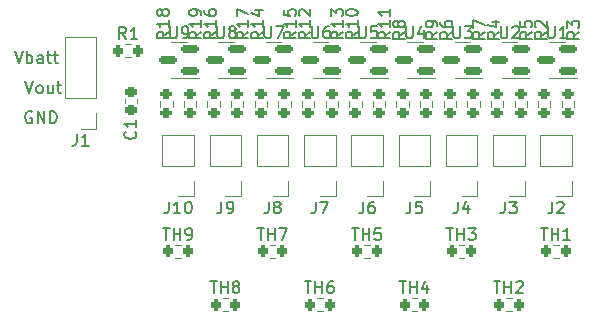
<source format=gto>
%TF.GenerationSoftware,KiCad,Pcbnew,(6.0.2)*%
%TF.CreationDate,2022-02-22T17:34:29+01:00*%
%TF.ProjectId,temp_hotspot_detector,74656d70-5f68-46f7-9473-706f745f6465,rev?*%
%TF.SameCoordinates,Original*%
%TF.FileFunction,Legend,Top*%
%TF.FilePolarity,Positive*%
%FSLAX46Y46*%
G04 Gerber Fmt 4.6, Leading zero omitted, Abs format (unit mm)*
G04 Created by KiCad (PCBNEW (6.0.2)) date 2022-02-22 17:34:29*
%MOMM*%
%LPD*%
G01*
G04 APERTURE LIST*
G04 Aperture macros list*
%AMRoundRect*
0 Rectangle with rounded corners*
0 $1 Rounding radius*
0 $2 $3 $4 $5 $6 $7 $8 $9 X,Y pos of 4 corners*
0 Add a 4 corners polygon primitive as box body*
4,1,4,$2,$3,$4,$5,$6,$7,$8,$9,$2,$3,0*
0 Add four circle primitives for the rounded corners*
1,1,$1+$1,$2,$3*
1,1,$1+$1,$4,$5*
1,1,$1+$1,$6,$7*
1,1,$1+$1,$8,$9*
0 Add four rect primitives between the rounded corners*
20,1,$1+$1,$2,$3,$4,$5,0*
20,1,$1+$1,$4,$5,$6,$7,0*
20,1,$1+$1,$6,$7,$8,$9,0*
20,1,$1+$1,$8,$9,$2,$3,0*%
G04 Aperture macros list end*
%ADD10C,0.150000*%
%ADD11C,0.120000*%
%ADD12RoundRect,0.200000X0.275000X-0.200000X0.275000X0.200000X-0.275000X0.200000X-0.275000X-0.200000X0*%
%ADD13R,1.700000X1.700000*%
%ADD14O,1.700000X1.700000*%
%ADD15RoundRect,0.200000X-0.275000X0.200000X-0.275000X-0.200000X0.275000X-0.200000X0.275000X0.200000X0*%
%ADD16RoundRect,0.200000X-0.200000X-0.275000X0.200000X-0.275000X0.200000X0.275000X-0.200000X0.275000X0*%
%ADD17RoundRect,0.225000X-0.250000X0.225000X-0.250000X-0.225000X0.250000X-0.225000X0.250000X0.225000X0*%
%ADD18RoundRect,0.150000X0.587500X0.150000X-0.587500X0.150000X-0.587500X-0.150000X0.587500X-0.150000X0*%
G04 APERTURE END LIST*
D10*
X30188214Y-54062380D02*
X30521547Y-55062380D01*
X30854880Y-54062380D01*
X31188214Y-55062380D02*
X31188214Y-54062380D01*
X31188214Y-54443333D02*
X31283452Y-54395714D01*
X31473928Y-54395714D01*
X31569166Y-54443333D01*
X31616785Y-54490952D01*
X31664404Y-54586190D01*
X31664404Y-54871904D01*
X31616785Y-54967142D01*
X31569166Y-55014761D01*
X31473928Y-55062380D01*
X31283452Y-55062380D01*
X31188214Y-55014761D01*
X32521547Y-55062380D02*
X32521547Y-54538571D01*
X32473928Y-54443333D01*
X32378690Y-54395714D01*
X32188214Y-54395714D01*
X32092976Y-54443333D01*
X32521547Y-55014761D02*
X32426309Y-55062380D01*
X32188214Y-55062380D01*
X32092976Y-55014761D01*
X32045357Y-54919523D01*
X32045357Y-54824285D01*
X32092976Y-54729047D01*
X32188214Y-54681428D01*
X32426309Y-54681428D01*
X32521547Y-54633809D01*
X32854880Y-54395714D02*
X33235833Y-54395714D01*
X32997738Y-54062380D02*
X32997738Y-54919523D01*
X33045357Y-55014761D01*
X33140595Y-55062380D01*
X33235833Y-55062380D01*
X33426309Y-54395714D02*
X33807261Y-54395714D01*
X33569166Y-54062380D02*
X33569166Y-54919523D01*
X33616785Y-55014761D01*
X33712023Y-55062380D01*
X33807261Y-55062380D01*
X31049642Y-56602380D02*
X31382976Y-57602380D01*
X31716309Y-56602380D01*
X32192500Y-57602380D02*
X32097261Y-57554761D01*
X32049642Y-57507142D01*
X32002023Y-57411904D01*
X32002023Y-57126190D01*
X32049642Y-57030952D01*
X32097261Y-56983333D01*
X32192500Y-56935714D01*
X32335357Y-56935714D01*
X32430595Y-56983333D01*
X32478214Y-57030952D01*
X32525833Y-57126190D01*
X32525833Y-57411904D01*
X32478214Y-57507142D01*
X32430595Y-57554761D01*
X32335357Y-57602380D01*
X32192500Y-57602380D01*
X33382976Y-56935714D02*
X33382976Y-57602380D01*
X32954404Y-56935714D02*
X32954404Y-57459523D01*
X33002023Y-57554761D01*
X33097261Y-57602380D01*
X33240119Y-57602380D01*
X33335357Y-57554761D01*
X33382976Y-57507142D01*
X33716309Y-56935714D02*
X34097261Y-56935714D01*
X33859166Y-56602380D02*
X33859166Y-57459523D01*
X33906785Y-57554761D01*
X34002023Y-57602380D01*
X34097261Y-57602380D01*
X31616785Y-59190000D02*
X31521547Y-59142380D01*
X31378690Y-59142380D01*
X31235833Y-59190000D01*
X31140595Y-59285238D01*
X31092976Y-59380476D01*
X31045357Y-59570952D01*
X31045357Y-59713809D01*
X31092976Y-59904285D01*
X31140595Y-59999523D01*
X31235833Y-60094761D01*
X31378690Y-60142380D01*
X31473928Y-60142380D01*
X31616785Y-60094761D01*
X31664404Y-60047142D01*
X31664404Y-59713809D01*
X31473928Y-59713809D01*
X32092976Y-60142380D02*
X32092976Y-59142380D01*
X32664404Y-60142380D01*
X32664404Y-59142380D01*
X33140595Y-60142380D02*
X33140595Y-59142380D01*
X33378690Y-59142380D01*
X33521547Y-59190000D01*
X33616785Y-59285238D01*
X33664404Y-59380476D01*
X33712023Y-59570952D01*
X33712023Y-59713809D01*
X33664404Y-59904285D01*
X33616785Y-59999523D01*
X33521547Y-60094761D01*
X33378690Y-60142380D01*
X33140595Y-60142380D01*
X57952380Y-52392857D02*
X57476190Y-52726190D01*
X57952380Y-52964285D02*
X56952380Y-52964285D01*
X56952380Y-52583333D01*
X57000000Y-52488095D01*
X57047619Y-52440476D01*
X57142857Y-52392857D01*
X57285714Y-52392857D01*
X57380952Y-52440476D01*
X57428571Y-52488095D01*
X57476190Y-52583333D01*
X57476190Y-52964285D01*
X57952380Y-51440476D02*
X57952380Y-52011904D01*
X57952380Y-51726190D02*
X56952380Y-51726190D01*
X57095238Y-51821428D01*
X57190476Y-51916666D01*
X57238095Y-52011904D01*
X56952380Y-51107142D02*
X56952380Y-50488095D01*
X57333333Y-50821428D01*
X57333333Y-50678571D01*
X57380952Y-50583333D01*
X57428571Y-50535714D01*
X57523809Y-50488095D01*
X57761904Y-50488095D01*
X57857142Y-50535714D01*
X57904761Y-50583333D01*
X57952380Y-50678571D01*
X57952380Y-50964285D01*
X57904761Y-51059523D01*
X57857142Y-51107142D01*
X47666666Y-66782380D02*
X47666666Y-67496666D01*
X47619047Y-67639523D01*
X47523809Y-67734761D01*
X47380952Y-67782380D01*
X47285714Y-67782380D01*
X48190476Y-67782380D02*
X48380952Y-67782380D01*
X48476190Y-67734761D01*
X48523809Y-67687142D01*
X48619047Y-67544285D01*
X48666666Y-67353809D01*
X48666666Y-66972857D01*
X48619047Y-66877619D01*
X48571428Y-66830000D01*
X48476190Y-66782380D01*
X48285714Y-66782380D01*
X48190476Y-66830000D01*
X48142857Y-66877619D01*
X48095238Y-66972857D01*
X48095238Y-67210952D01*
X48142857Y-67306190D01*
X48190476Y-67353809D01*
X48285714Y-67401428D01*
X48476190Y-67401428D01*
X48571428Y-67353809D01*
X48619047Y-67306190D01*
X48666666Y-67210952D01*
X67202380Y-52416666D02*
X66726190Y-52750000D01*
X67202380Y-52988095D02*
X66202380Y-52988095D01*
X66202380Y-52607142D01*
X66250000Y-52511904D01*
X66297619Y-52464285D01*
X66392857Y-52416666D01*
X66535714Y-52416666D01*
X66630952Y-52464285D01*
X66678571Y-52511904D01*
X66726190Y-52607142D01*
X66726190Y-52988095D01*
X66202380Y-51559523D02*
X66202380Y-51750000D01*
X66250000Y-51845238D01*
X66297619Y-51892857D01*
X66440476Y-51988095D01*
X66630952Y-52035714D01*
X67011904Y-52035714D01*
X67107142Y-51988095D01*
X67154761Y-51940476D01*
X67202380Y-51845238D01*
X67202380Y-51654761D01*
X67154761Y-51559523D01*
X67107142Y-51511904D01*
X67011904Y-51464285D01*
X66773809Y-51464285D01*
X66678571Y-51511904D01*
X66630952Y-51559523D01*
X66583333Y-51654761D01*
X66583333Y-51845238D01*
X66630952Y-51940476D01*
X66678571Y-51988095D01*
X66773809Y-52035714D01*
X63666666Y-66782380D02*
X63666666Y-67496666D01*
X63619047Y-67639523D01*
X63523809Y-67734761D01*
X63380952Y-67782380D01*
X63285714Y-67782380D01*
X64619047Y-66782380D02*
X64142857Y-66782380D01*
X64095238Y-67258571D01*
X64142857Y-67210952D01*
X64238095Y-67163333D01*
X64476190Y-67163333D01*
X64571428Y-67210952D01*
X64619047Y-67258571D01*
X64666666Y-67353809D01*
X64666666Y-67591904D01*
X64619047Y-67687142D01*
X64571428Y-67734761D01*
X64476190Y-67782380D01*
X64238095Y-67782380D01*
X64142857Y-67734761D01*
X64095238Y-67687142D01*
X66714285Y-69022380D02*
X67285714Y-69022380D01*
X67000000Y-70022380D02*
X67000000Y-69022380D01*
X67619047Y-70022380D02*
X67619047Y-69022380D01*
X67619047Y-69498571D02*
X68190476Y-69498571D01*
X68190476Y-70022380D02*
X68190476Y-69022380D01*
X68571428Y-69022380D02*
X69190476Y-69022380D01*
X68857142Y-69403333D01*
X69000000Y-69403333D01*
X69095238Y-69450952D01*
X69142857Y-69498571D01*
X69190476Y-69593809D01*
X69190476Y-69831904D01*
X69142857Y-69927142D01*
X69095238Y-69974761D01*
X69000000Y-70022380D01*
X68714285Y-70022380D01*
X68619047Y-69974761D01*
X68571428Y-69927142D01*
X58714285Y-69022380D02*
X59285714Y-69022380D01*
X59000000Y-70022380D02*
X59000000Y-69022380D01*
X59619047Y-70022380D02*
X59619047Y-69022380D01*
X59619047Y-69498571D02*
X60190476Y-69498571D01*
X60190476Y-70022380D02*
X60190476Y-69022380D01*
X61142857Y-69022380D02*
X60666666Y-69022380D01*
X60619047Y-69498571D01*
X60666666Y-69450952D01*
X60761904Y-69403333D01*
X61000000Y-69403333D01*
X61095238Y-69450952D01*
X61142857Y-69498571D01*
X61190476Y-69593809D01*
X61190476Y-69831904D01*
X61142857Y-69927142D01*
X61095238Y-69974761D01*
X61000000Y-70022380D01*
X60761904Y-70022380D01*
X60666666Y-69974761D01*
X60619047Y-69927142D01*
X65952380Y-52416666D02*
X65476190Y-52750000D01*
X65952380Y-52988095D02*
X64952380Y-52988095D01*
X64952380Y-52607142D01*
X65000000Y-52511904D01*
X65047619Y-52464285D01*
X65142857Y-52416666D01*
X65285714Y-52416666D01*
X65380952Y-52464285D01*
X65428571Y-52511904D01*
X65476190Y-52607142D01*
X65476190Y-52988095D01*
X65952380Y-51940476D02*
X65952380Y-51750000D01*
X65904761Y-51654761D01*
X65857142Y-51607142D01*
X65714285Y-51511904D01*
X65523809Y-51464285D01*
X65142857Y-51464285D01*
X65047619Y-51511904D01*
X65000000Y-51559523D01*
X64952380Y-51654761D01*
X64952380Y-51845238D01*
X65000000Y-51940476D01*
X65047619Y-51988095D01*
X65142857Y-52035714D01*
X65380952Y-52035714D01*
X65476190Y-51988095D01*
X65523809Y-51940476D01*
X65571428Y-51845238D01*
X65571428Y-51654761D01*
X65523809Y-51559523D01*
X65476190Y-51511904D01*
X65380952Y-51464285D01*
X47202380Y-52392857D02*
X46726190Y-52726190D01*
X47202380Y-52964285D02*
X46202380Y-52964285D01*
X46202380Y-52583333D01*
X46250000Y-52488095D01*
X46297619Y-52440476D01*
X46392857Y-52392857D01*
X46535714Y-52392857D01*
X46630952Y-52440476D01*
X46678571Y-52488095D01*
X46726190Y-52583333D01*
X46726190Y-52964285D01*
X47202380Y-51440476D02*
X47202380Y-52011904D01*
X47202380Y-51726190D02*
X46202380Y-51726190D01*
X46345238Y-51821428D01*
X46440476Y-51916666D01*
X46488095Y-52011904D01*
X46202380Y-50583333D02*
X46202380Y-50773809D01*
X46250000Y-50869047D01*
X46297619Y-50916666D01*
X46440476Y-51011904D01*
X46630952Y-51059523D01*
X47011904Y-51059523D01*
X47107142Y-51011904D01*
X47154761Y-50964285D01*
X47202380Y-50869047D01*
X47202380Y-50678571D01*
X47154761Y-50583333D01*
X47107142Y-50535714D01*
X47011904Y-50488095D01*
X46773809Y-50488095D01*
X46678571Y-50535714D01*
X46630952Y-50583333D01*
X46583333Y-50678571D01*
X46583333Y-50869047D01*
X46630952Y-50964285D01*
X46678571Y-51011904D01*
X46773809Y-51059523D01*
X43190476Y-66782380D02*
X43190476Y-67496666D01*
X43142857Y-67639523D01*
X43047619Y-67734761D01*
X42904761Y-67782380D01*
X42809523Y-67782380D01*
X44190476Y-67782380D02*
X43619047Y-67782380D01*
X43904761Y-67782380D02*
X43904761Y-66782380D01*
X43809523Y-66925238D01*
X43714285Y-67020476D01*
X43619047Y-67068095D01*
X44809523Y-66782380D02*
X44904761Y-66782380D01*
X45000000Y-66830000D01*
X45047619Y-66877619D01*
X45095238Y-66972857D01*
X45142857Y-67163333D01*
X45142857Y-67401428D01*
X45095238Y-67591904D01*
X45047619Y-67687142D01*
X45000000Y-67734761D01*
X44904761Y-67782380D01*
X44809523Y-67782380D01*
X44714285Y-67734761D01*
X44666666Y-67687142D01*
X44619047Y-67591904D01*
X44571428Y-67401428D01*
X44571428Y-67163333D01*
X44619047Y-66972857D01*
X44666666Y-66877619D01*
X44714285Y-66830000D01*
X44809523Y-66782380D01*
X71202380Y-52416666D02*
X70726190Y-52750000D01*
X71202380Y-52988095D02*
X70202380Y-52988095D01*
X70202380Y-52607142D01*
X70250000Y-52511904D01*
X70297619Y-52464285D01*
X70392857Y-52416666D01*
X70535714Y-52416666D01*
X70630952Y-52464285D01*
X70678571Y-52511904D01*
X70726190Y-52607142D01*
X70726190Y-52988095D01*
X70535714Y-51559523D02*
X71202380Y-51559523D01*
X70154761Y-51797619D02*
X70869047Y-52035714D01*
X70869047Y-51416666D01*
X40357142Y-60866666D02*
X40404761Y-60914285D01*
X40452380Y-61057142D01*
X40452380Y-61152380D01*
X40404761Y-61295238D01*
X40309523Y-61390476D01*
X40214285Y-61438095D01*
X40023809Y-61485714D01*
X39880952Y-61485714D01*
X39690476Y-61438095D01*
X39595238Y-61390476D01*
X39500000Y-61295238D01*
X39452380Y-61152380D01*
X39452380Y-61057142D01*
X39500000Y-60914285D01*
X39547619Y-60866666D01*
X40452380Y-59914285D02*
X40452380Y-60485714D01*
X40452380Y-60200000D02*
X39452380Y-60200000D01*
X39595238Y-60295238D01*
X39690476Y-60390476D01*
X39738095Y-60485714D01*
X43202380Y-52392857D02*
X42726190Y-52726190D01*
X43202380Y-52964285D02*
X42202380Y-52964285D01*
X42202380Y-52583333D01*
X42250000Y-52488095D01*
X42297619Y-52440476D01*
X42392857Y-52392857D01*
X42535714Y-52392857D01*
X42630952Y-52440476D01*
X42678571Y-52488095D01*
X42726190Y-52583333D01*
X42726190Y-52964285D01*
X43202380Y-51440476D02*
X43202380Y-52011904D01*
X43202380Y-51726190D02*
X42202380Y-51726190D01*
X42345238Y-51821428D01*
X42440476Y-51916666D01*
X42488095Y-52011904D01*
X42630952Y-50869047D02*
X42583333Y-50964285D01*
X42535714Y-51011904D01*
X42440476Y-51059523D01*
X42392857Y-51059523D01*
X42297619Y-51011904D01*
X42250000Y-50964285D01*
X42202380Y-50869047D01*
X42202380Y-50678571D01*
X42250000Y-50583333D01*
X42297619Y-50535714D01*
X42392857Y-50488095D01*
X42440476Y-50488095D01*
X42535714Y-50535714D01*
X42583333Y-50583333D01*
X42630952Y-50678571D01*
X42630952Y-50869047D01*
X42678571Y-50964285D01*
X42726190Y-51011904D01*
X42821428Y-51059523D01*
X43011904Y-51059523D01*
X43107142Y-51011904D01*
X43154761Y-50964285D01*
X43202380Y-50869047D01*
X43202380Y-50678571D01*
X43154761Y-50583333D01*
X43107142Y-50535714D01*
X43011904Y-50488095D01*
X42821428Y-50488095D01*
X42726190Y-50535714D01*
X42678571Y-50583333D01*
X42630952Y-50678571D01*
X45952380Y-52392857D02*
X45476190Y-52726190D01*
X45952380Y-52964285D02*
X44952380Y-52964285D01*
X44952380Y-52583333D01*
X45000000Y-52488095D01*
X45047619Y-52440476D01*
X45142857Y-52392857D01*
X45285714Y-52392857D01*
X45380952Y-52440476D01*
X45428571Y-52488095D01*
X45476190Y-52583333D01*
X45476190Y-52964285D01*
X45952380Y-51440476D02*
X45952380Y-52011904D01*
X45952380Y-51726190D02*
X44952380Y-51726190D01*
X45095238Y-51821428D01*
X45190476Y-51916666D01*
X45238095Y-52011904D01*
X45952380Y-50964285D02*
X45952380Y-50773809D01*
X45904761Y-50678571D01*
X45857142Y-50630952D01*
X45714285Y-50535714D01*
X45523809Y-50488095D01*
X45142857Y-50488095D01*
X45047619Y-50535714D01*
X45000000Y-50583333D01*
X44952380Y-50678571D01*
X44952380Y-50869047D01*
X45000000Y-50964285D01*
X45047619Y-51011904D01*
X45142857Y-51059523D01*
X45380952Y-51059523D01*
X45476190Y-51011904D01*
X45523809Y-50964285D01*
X45571428Y-50869047D01*
X45571428Y-50678571D01*
X45523809Y-50583333D01*
X45476190Y-50535714D01*
X45380952Y-50488095D01*
X55666666Y-66782380D02*
X55666666Y-67496666D01*
X55619047Y-67639523D01*
X55523809Y-67734761D01*
X55380952Y-67782380D01*
X55285714Y-67782380D01*
X56047619Y-66782380D02*
X56714285Y-66782380D01*
X56285714Y-67782380D01*
X35416666Y-61057380D02*
X35416666Y-61771666D01*
X35369047Y-61914523D01*
X35273809Y-62009761D01*
X35130952Y-62057380D01*
X35035714Y-62057380D01*
X36416666Y-62057380D02*
X35845238Y-62057380D01*
X36130952Y-62057380D02*
X36130952Y-61057380D01*
X36035714Y-61200238D01*
X35940476Y-61295476D01*
X35845238Y-61343095D01*
X75202380Y-52416666D02*
X74726190Y-52750000D01*
X75202380Y-52988095D02*
X74202380Y-52988095D01*
X74202380Y-52607142D01*
X74250000Y-52511904D01*
X74297619Y-52464285D01*
X74392857Y-52416666D01*
X74535714Y-52416666D01*
X74630952Y-52464285D01*
X74678571Y-52511904D01*
X74726190Y-52607142D01*
X74726190Y-52988095D01*
X74297619Y-52035714D02*
X74250000Y-51988095D01*
X74202380Y-51892857D01*
X74202380Y-51654761D01*
X74250000Y-51559523D01*
X74297619Y-51511904D01*
X74392857Y-51464285D01*
X74488095Y-51464285D01*
X74630952Y-51511904D01*
X75202380Y-52083333D01*
X75202380Y-51464285D01*
X47300595Y-51952380D02*
X47300595Y-52761904D01*
X47348214Y-52857142D01*
X47395833Y-52904761D01*
X47491071Y-52952380D01*
X47681547Y-52952380D01*
X47776785Y-52904761D01*
X47824404Y-52857142D01*
X47872023Y-52761904D01*
X47872023Y-51952380D01*
X48491071Y-52380952D02*
X48395833Y-52333333D01*
X48348214Y-52285714D01*
X48300595Y-52190476D01*
X48300595Y-52142857D01*
X48348214Y-52047619D01*
X48395833Y-52000000D01*
X48491071Y-51952380D01*
X48681547Y-51952380D01*
X48776785Y-52000000D01*
X48824404Y-52047619D01*
X48872023Y-52142857D01*
X48872023Y-52190476D01*
X48824404Y-52285714D01*
X48776785Y-52333333D01*
X48681547Y-52380952D01*
X48491071Y-52380952D01*
X48395833Y-52428571D01*
X48348214Y-52476190D01*
X48300595Y-52571428D01*
X48300595Y-52761904D01*
X48348214Y-52857142D01*
X48395833Y-52904761D01*
X48491071Y-52952380D01*
X48681547Y-52952380D01*
X48776785Y-52904761D01*
X48824404Y-52857142D01*
X48872023Y-52761904D01*
X48872023Y-52571428D01*
X48824404Y-52476190D01*
X48776785Y-52428571D01*
X48681547Y-52380952D01*
X75300595Y-51952380D02*
X75300595Y-52761904D01*
X75348214Y-52857142D01*
X75395833Y-52904761D01*
X75491071Y-52952380D01*
X75681547Y-52952380D01*
X75776785Y-52904761D01*
X75824404Y-52857142D01*
X75872023Y-52761904D01*
X75872023Y-51952380D01*
X76872023Y-52952380D02*
X76300595Y-52952380D01*
X76586309Y-52952380D02*
X76586309Y-51952380D01*
X76491071Y-52095238D01*
X76395833Y-52190476D01*
X76300595Y-52238095D01*
X46714285Y-73522380D02*
X47285714Y-73522380D01*
X47000000Y-74522380D02*
X47000000Y-73522380D01*
X47619047Y-74522380D02*
X47619047Y-73522380D01*
X47619047Y-73998571D02*
X48190476Y-73998571D01*
X48190476Y-74522380D02*
X48190476Y-73522380D01*
X48809523Y-73950952D02*
X48714285Y-73903333D01*
X48666666Y-73855714D01*
X48619047Y-73760476D01*
X48619047Y-73712857D01*
X48666666Y-73617619D01*
X48714285Y-73570000D01*
X48809523Y-73522380D01*
X49000000Y-73522380D01*
X49095238Y-73570000D01*
X49142857Y-73617619D01*
X49190476Y-73712857D01*
X49190476Y-73760476D01*
X49142857Y-73855714D01*
X49095238Y-73903333D01*
X49000000Y-73950952D01*
X48809523Y-73950952D01*
X48714285Y-73998571D01*
X48666666Y-74046190D01*
X48619047Y-74141428D01*
X48619047Y-74331904D01*
X48666666Y-74427142D01*
X48714285Y-74474761D01*
X48809523Y-74522380D01*
X49000000Y-74522380D01*
X49095238Y-74474761D01*
X49142857Y-74427142D01*
X49190476Y-74331904D01*
X49190476Y-74141428D01*
X49142857Y-74046190D01*
X49095238Y-73998571D01*
X49000000Y-73950952D01*
X63202380Y-52416666D02*
X62726190Y-52750000D01*
X63202380Y-52988095D02*
X62202380Y-52988095D01*
X62202380Y-52607142D01*
X62250000Y-52511904D01*
X62297619Y-52464285D01*
X62392857Y-52416666D01*
X62535714Y-52416666D01*
X62630952Y-52464285D01*
X62678571Y-52511904D01*
X62726190Y-52607142D01*
X62726190Y-52988095D01*
X62630952Y-51845238D02*
X62583333Y-51940476D01*
X62535714Y-51988095D01*
X62440476Y-52035714D01*
X62392857Y-52035714D01*
X62297619Y-51988095D01*
X62250000Y-51940476D01*
X62202380Y-51845238D01*
X62202380Y-51654761D01*
X62250000Y-51559523D01*
X62297619Y-51511904D01*
X62392857Y-51464285D01*
X62440476Y-51464285D01*
X62535714Y-51511904D01*
X62583333Y-51559523D01*
X62630952Y-51654761D01*
X62630952Y-51845238D01*
X62678571Y-51940476D01*
X62726190Y-51988095D01*
X62821428Y-52035714D01*
X63011904Y-52035714D01*
X63107142Y-51988095D01*
X63154761Y-51940476D01*
X63202380Y-51845238D01*
X63202380Y-51654761D01*
X63154761Y-51559523D01*
X63107142Y-51511904D01*
X63011904Y-51464285D01*
X62821428Y-51464285D01*
X62726190Y-51511904D01*
X62678571Y-51559523D01*
X62630952Y-51654761D01*
X51202380Y-52392857D02*
X50726190Y-52726190D01*
X51202380Y-52964285D02*
X50202380Y-52964285D01*
X50202380Y-52583333D01*
X50250000Y-52488095D01*
X50297619Y-52440476D01*
X50392857Y-52392857D01*
X50535714Y-52392857D01*
X50630952Y-52440476D01*
X50678571Y-52488095D01*
X50726190Y-52583333D01*
X50726190Y-52964285D01*
X51202380Y-51440476D02*
X51202380Y-52011904D01*
X51202380Y-51726190D02*
X50202380Y-51726190D01*
X50345238Y-51821428D01*
X50440476Y-51916666D01*
X50488095Y-52011904D01*
X50535714Y-50583333D02*
X51202380Y-50583333D01*
X50154761Y-50821428D02*
X50869047Y-51059523D01*
X50869047Y-50440476D01*
X71666666Y-66782380D02*
X71666666Y-67496666D01*
X71619047Y-67639523D01*
X71523809Y-67734761D01*
X71380952Y-67782380D01*
X71285714Y-67782380D01*
X72047619Y-66782380D02*
X72666666Y-66782380D01*
X72333333Y-67163333D01*
X72476190Y-67163333D01*
X72571428Y-67210952D01*
X72619047Y-67258571D01*
X72666666Y-67353809D01*
X72666666Y-67591904D01*
X72619047Y-67687142D01*
X72571428Y-67734761D01*
X72476190Y-67782380D01*
X72190476Y-67782380D01*
X72095238Y-67734761D01*
X72047619Y-67687142D01*
X51300595Y-51952380D02*
X51300595Y-52761904D01*
X51348214Y-52857142D01*
X51395833Y-52904761D01*
X51491071Y-52952380D01*
X51681547Y-52952380D01*
X51776785Y-52904761D01*
X51824404Y-52857142D01*
X51872023Y-52761904D01*
X51872023Y-51952380D01*
X52252976Y-51952380D02*
X52919642Y-51952380D01*
X52491071Y-52952380D01*
X67666666Y-66782380D02*
X67666666Y-67496666D01*
X67619047Y-67639523D01*
X67523809Y-67734761D01*
X67380952Y-67782380D01*
X67285714Y-67782380D01*
X68571428Y-67115714D02*
X68571428Y-67782380D01*
X68333333Y-66734761D02*
X68095238Y-67449047D01*
X68714285Y-67449047D01*
X59666666Y-66782380D02*
X59666666Y-67496666D01*
X59619047Y-67639523D01*
X59523809Y-67734761D01*
X59380952Y-67782380D01*
X59285714Y-67782380D01*
X60571428Y-66782380D02*
X60380952Y-66782380D01*
X60285714Y-66830000D01*
X60238095Y-66877619D01*
X60142857Y-67020476D01*
X60095238Y-67210952D01*
X60095238Y-67591904D01*
X60142857Y-67687142D01*
X60190476Y-67734761D01*
X60285714Y-67782380D01*
X60476190Y-67782380D01*
X60571428Y-67734761D01*
X60619047Y-67687142D01*
X60666666Y-67591904D01*
X60666666Y-67353809D01*
X60619047Y-67258571D01*
X60571428Y-67210952D01*
X60476190Y-67163333D01*
X60285714Y-67163333D01*
X60190476Y-67210952D01*
X60142857Y-67258571D01*
X60095238Y-67353809D01*
X55202380Y-52392857D02*
X54726190Y-52726190D01*
X55202380Y-52964285D02*
X54202380Y-52964285D01*
X54202380Y-52583333D01*
X54250000Y-52488095D01*
X54297619Y-52440476D01*
X54392857Y-52392857D01*
X54535714Y-52392857D01*
X54630952Y-52440476D01*
X54678571Y-52488095D01*
X54726190Y-52583333D01*
X54726190Y-52964285D01*
X55202380Y-51440476D02*
X55202380Y-52011904D01*
X55202380Y-51726190D02*
X54202380Y-51726190D01*
X54345238Y-51821428D01*
X54440476Y-51916666D01*
X54488095Y-52011904D01*
X54297619Y-51059523D02*
X54250000Y-51011904D01*
X54202380Y-50916666D01*
X54202380Y-50678571D01*
X54250000Y-50583333D01*
X54297619Y-50535714D01*
X54392857Y-50488095D01*
X54488095Y-50488095D01*
X54630952Y-50535714D01*
X55202380Y-51107142D01*
X55202380Y-50488095D01*
X54714285Y-73522380D02*
X55285714Y-73522380D01*
X55000000Y-74522380D02*
X55000000Y-73522380D01*
X55619047Y-74522380D02*
X55619047Y-73522380D01*
X55619047Y-73998571D02*
X56190476Y-73998571D01*
X56190476Y-74522380D02*
X56190476Y-73522380D01*
X57095238Y-73522380D02*
X56904761Y-73522380D01*
X56809523Y-73570000D01*
X56761904Y-73617619D01*
X56666666Y-73760476D01*
X56619047Y-73950952D01*
X56619047Y-74331904D01*
X56666666Y-74427142D01*
X56714285Y-74474761D01*
X56809523Y-74522380D01*
X57000000Y-74522380D01*
X57095238Y-74474761D01*
X57142857Y-74427142D01*
X57190476Y-74331904D01*
X57190476Y-74093809D01*
X57142857Y-73998571D01*
X57095238Y-73950952D01*
X57000000Y-73903333D01*
X56809523Y-73903333D01*
X56714285Y-73950952D01*
X56666666Y-73998571D01*
X56619047Y-74093809D01*
X43300595Y-51952380D02*
X43300595Y-52761904D01*
X43348214Y-52857142D01*
X43395833Y-52904761D01*
X43491071Y-52952380D01*
X43681547Y-52952380D01*
X43776785Y-52904761D01*
X43824404Y-52857142D01*
X43872023Y-52761904D01*
X43872023Y-51952380D01*
X44395833Y-52952380D02*
X44586309Y-52952380D01*
X44681547Y-52904761D01*
X44729166Y-52857142D01*
X44824404Y-52714285D01*
X44872023Y-52523809D01*
X44872023Y-52142857D01*
X44824404Y-52047619D01*
X44776785Y-52000000D01*
X44681547Y-51952380D01*
X44491071Y-51952380D01*
X44395833Y-52000000D01*
X44348214Y-52047619D01*
X44300595Y-52142857D01*
X44300595Y-52380952D01*
X44348214Y-52476190D01*
X44395833Y-52523809D01*
X44491071Y-52571428D01*
X44681547Y-52571428D01*
X44776785Y-52523809D01*
X44824404Y-52476190D01*
X44872023Y-52380952D01*
X71300595Y-51952380D02*
X71300595Y-52761904D01*
X71348214Y-52857142D01*
X71395833Y-52904761D01*
X71491071Y-52952380D01*
X71681547Y-52952380D01*
X71776785Y-52904761D01*
X71824404Y-52857142D01*
X71872023Y-52761904D01*
X71872023Y-51952380D01*
X72300595Y-52047619D02*
X72348214Y-52000000D01*
X72443452Y-51952380D01*
X72681547Y-51952380D01*
X72776785Y-52000000D01*
X72824404Y-52047619D01*
X72872023Y-52142857D01*
X72872023Y-52238095D01*
X72824404Y-52380952D01*
X72252976Y-52952380D01*
X72872023Y-52952380D01*
X70714285Y-73522380D02*
X71285714Y-73522380D01*
X71000000Y-74522380D02*
X71000000Y-73522380D01*
X71619047Y-74522380D02*
X71619047Y-73522380D01*
X71619047Y-73998571D02*
X72190476Y-73998571D01*
X72190476Y-74522380D02*
X72190476Y-73522380D01*
X72619047Y-73617619D02*
X72666666Y-73570000D01*
X72761904Y-73522380D01*
X73000000Y-73522380D01*
X73095238Y-73570000D01*
X73142857Y-73617619D01*
X73190476Y-73712857D01*
X73190476Y-73808095D01*
X73142857Y-73950952D01*
X72571428Y-74522380D01*
X73190476Y-74522380D01*
X75666666Y-66782380D02*
X75666666Y-67496666D01*
X75619047Y-67639523D01*
X75523809Y-67734761D01*
X75380952Y-67782380D01*
X75285714Y-67782380D01*
X76095238Y-66877619D02*
X76142857Y-66830000D01*
X76238095Y-66782380D01*
X76476190Y-66782380D01*
X76571428Y-66830000D01*
X76619047Y-66877619D01*
X76666666Y-66972857D01*
X76666666Y-67068095D01*
X76619047Y-67210952D01*
X76047619Y-67782380D01*
X76666666Y-67782380D01*
X73952380Y-52416666D02*
X73476190Y-52750000D01*
X73952380Y-52988095D02*
X72952380Y-52988095D01*
X72952380Y-52607142D01*
X73000000Y-52511904D01*
X73047619Y-52464285D01*
X73142857Y-52416666D01*
X73285714Y-52416666D01*
X73380952Y-52464285D01*
X73428571Y-52511904D01*
X73476190Y-52607142D01*
X73476190Y-52988095D01*
X72952380Y-51511904D02*
X72952380Y-51988095D01*
X73428571Y-52035714D01*
X73380952Y-51988095D01*
X73333333Y-51892857D01*
X73333333Y-51654761D01*
X73380952Y-51559523D01*
X73428571Y-51511904D01*
X73523809Y-51464285D01*
X73761904Y-51464285D01*
X73857142Y-51511904D01*
X73904761Y-51559523D01*
X73952380Y-51654761D01*
X73952380Y-51892857D01*
X73904761Y-51988095D01*
X73857142Y-52035714D01*
X63300595Y-51952380D02*
X63300595Y-52761904D01*
X63348214Y-52857142D01*
X63395833Y-52904761D01*
X63491071Y-52952380D01*
X63681547Y-52952380D01*
X63776785Y-52904761D01*
X63824404Y-52857142D01*
X63872023Y-52761904D01*
X63872023Y-51952380D01*
X64776785Y-52285714D02*
X64776785Y-52952380D01*
X64538690Y-51904761D02*
X64300595Y-52619047D01*
X64919642Y-52619047D01*
X59300595Y-51952380D02*
X59300595Y-52761904D01*
X59348214Y-52857142D01*
X59395833Y-52904761D01*
X59491071Y-52952380D01*
X59681547Y-52952380D01*
X59776785Y-52904761D01*
X59824404Y-52857142D01*
X59872023Y-52761904D01*
X59872023Y-51952380D01*
X60824404Y-51952380D02*
X60348214Y-51952380D01*
X60300595Y-52428571D01*
X60348214Y-52380952D01*
X60443452Y-52333333D01*
X60681547Y-52333333D01*
X60776785Y-52380952D01*
X60824404Y-52428571D01*
X60872023Y-52523809D01*
X60872023Y-52761904D01*
X60824404Y-52857142D01*
X60776785Y-52904761D01*
X60681547Y-52952380D01*
X60443452Y-52952380D01*
X60348214Y-52904761D01*
X60300595Y-52857142D01*
X49952380Y-52392857D02*
X49476190Y-52726190D01*
X49952380Y-52964285D02*
X48952380Y-52964285D01*
X48952380Y-52583333D01*
X49000000Y-52488095D01*
X49047619Y-52440476D01*
X49142857Y-52392857D01*
X49285714Y-52392857D01*
X49380952Y-52440476D01*
X49428571Y-52488095D01*
X49476190Y-52583333D01*
X49476190Y-52964285D01*
X49952380Y-51440476D02*
X49952380Y-52011904D01*
X49952380Y-51726190D02*
X48952380Y-51726190D01*
X49095238Y-51821428D01*
X49190476Y-51916666D01*
X49238095Y-52011904D01*
X48952380Y-51107142D02*
X48952380Y-50440476D01*
X49952380Y-50869047D01*
X69952380Y-52416666D02*
X69476190Y-52750000D01*
X69952380Y-52988095D02*
X68952380Y-52988095D01*
X68952380Y-52607142D01*
X69000000Y-52511904D01*
X69047619Y-52464285D01*
X69142857Y-52416666D01*
X69285714Y-52416666D01*
X69380952Y-52464285D01*
X69428571Y-52511904D01*
X69476190Y-52607142D01*
X69476190Y-52988095D01*
X68952380Y-52083333D02*
X68952380Y-51416666D01*
X69952380Y-51845238D01*
X62714285Y-73522380D02*
X63285714Y-73522380D01*
X63000000Y-74522380D02*
X63000000Y-73522380D01*
X63619047Y-74522380D02*
X63619047Y-73522380D01*
X63619047Y-73998571D02*
X64190476Y-73998571D01*
X64190476Y-74522380D02*
X64190476Y-73522380D01*
X65095238Y-73855714D02*
X65095238Y-74522380D01*
X64857142Y-73474761D02*
X64619047Y-74189047D01*
X65238095Y-74189047D01*
X50714285Y-69022380D02*
X51285714Y-69022380D01*
X51000000Y-70022380D02*
X51000000Y-69022380D01*
X51619047Y-70022380D02*
X51619047Y-69022380D01*
X51619047Y-69498571D02*
X52190476Y-69498571D01*
X52190476Y-70022380D02*
X52190476Y-69022380D01*
X52571428Y-69022380D02*
X53238095Y-69022380D01*
X52809523Y-70022380D01*
X77952380Y-52416666D02*
X77476190Y-52750000D01*
X77952380Y-52988095D02*
X76952380Y-52988095D01*
X76952380Y-52607142D01*
X77000000Y-52511904D01*
X77047619Y-52464285D01*
X77142857Y-52416666D01*
X77285714Y-52416666D01*
X77380952Y-52464285D01*
X77428571Y-52511904D01*
X77476190Y-52607142D01*
X77476190Y-52988095D01*
X76952380Y-52083333D02*
X76952380Y-51464285D01*
X77333333Y-51797619D01*
X77333333Y-51654761D01*
X77380952Y-51559523D01*
X77428571Y-51511904D01*
X77523809Y-51464285D01*
X77761904Y-51464285D01*
X77857142Y-51511904D01*
X77904761Y-51559523D01*
X77952380Y-51654761D01*
X77952380Y-51940476D01*
X77904761Y-52035714D01*
X77857142Y-52083333D01*
X39583333Y-53022380D02*
X39250000Y-52546190D01*
X39011904Y-53022380D02*
X39011904Y-52022380D01*
X39392857Y-52022380D01*
X39488095Y-52070000D01*
X39535714Y-52117619D01*
X39583333Y-52212857D01*
X39583333Y-52355714D01*
X39535714Y-52450952D01*
X39488095Y-52498571D01*
X39392857Y-52546190D01*
X39011904Y-52546190D01*
X40535714Y-53022380D02*
X39964285Y-53022380D01*
X40250000Y-53022380D02*
X40250000Y-52022380D01*
X40154761Y-52165238D01*
X40059523Y-52260476D01*
X39964285Y-52308095D01*
X55300595Y-51952380D02*
X55300595Y-52761904D01*
X55348214Y-52857142D01*
X55395833Y-52904761D01*
X55491071Y-52952380D01*
X55681547Y-52952380D01*
X55776785Y-52904761D01*
X55824404Y-52857142D01*
X55872023Y-52761904D01*
X55872023Y-51952380D01*
X56776785Y-51952380D02*
X56586309Y-51952380D01*
X56491071Y-52000000D01*
X56443452Y-52047619D01*
X56348214Y-52190476D01*
X56300595Y-52380952D01*
X56300595Y-52761904D01*
X56348214Y-52857142D01*
X56395833Y-52904761D01*
X56491071Y-52952380D01*
X56681547Y-52952380D01*
X56776785Y-52904761D01*
X56824404Y-52857142D01*
X56872023Y-52761904D01*
X56872023Y-52523809D01*
X56824404Y-52428571D01*
X56776785Y-52380952D01*
X56681547Y-52333333D01*
X56491071Y-52333333D01*
X56395833Y-52380952D01*
X56348214Y-52428571D01*
X56300595Y-52523809D01*
X42714285Y-69022380D02*
X43285714Y-69022380D01*
X43000000Y-70022380D02*
X43000000Y-69022380D01*
X43619047Y-70022380D02*
X43619047Y-69022380D01*
X43619047Y-69498571D02*
X44190476Y-69498571D01*
X44190476Y-70022380D02*
X44190476Y-69022380D01*
X44714285Y-70022380D02*
X44904761Y-70022380D01*
X45000000Y-69974761D01*
X45047619Y-69927142D01*
X45142857Y-69784285D01*
X45190476Y-69593809D01*
X45190476Y-69212857D01*
X45142857Y-69117619D01*
X45095238Y-69070000D01*
X45000000Y-69022380D01*
X44809523Y-69022380D01*
X44714285Y-69070000D01*
X44666666Y-69117619D01*
X44619047Y-69212857D01*
X44619047Y-69450952D01*
X44666666Y-69546190D01*
X44714285Y-69593809D01*
X44809523Y-69641428D01*
X45000000Y-69641428D01*
X45095238Y-69593809D01*
X45142857Y-69546190D01*
X45190476Y-69450952D01*
X74714285Y-69022380D02*
X75285714Y-69022380D01*
X75000000Y-70022380D02*
X75000000Y-69022380D01*
X75619047Y-70022380D02*
X75619047Y-69022380D01*
X75619047Y-69498571D02*
X76190476Y-69498571D01*
X76190476Y-70022380D02*
X76190476Y-69022380D01*
X77190476Y-70022380D02*
X76619047Y-70022380D01*
X76904761Y-70022380D02*
X76904761Y-69022380D01*
X76809523Y-69165238D01*
X76714285Y-69260476D01*
X76619047Y-69308095D01*
X53952380Y-52392857D02*
X53476190Y-52726190D01*
X53952380Y-52964285D02*
X52952380Y-52964285D01*
X52952380Y-52583333D01*
X53000000Y-52488095D01*
X53047619Y-52440476D01*
X53142857Y-52392857D01*
X53285714Y-52392857D01*
X53380952Y-52440476D01*
X53428571Y-52488095D01*
X53476190Y-52583333D01*
X53476190Y-52964285D01*
X53952380Y-51440476D02*
X53952380Y-52011904D01*
X53952380Y-51726190D02*
X52952380Y-51726190D01*
X53095238Y-51821428D01*
X53190476Y-51916666D01*
X53238095Y-52011904D01*
X52952380Y-50535714D02*
X52952380Y-51011904D01*
X53428571Y-51059523D01*
X53380952Y-51011904D01*
X53333333Y-50916666D01*
X53333333Y-50678571D01*
X53380952Y-50583333D01*
X53428571Y-50535714D01*
X53523809Y-50488095D01*
X53761904Y-50488095D01*
X53857142Y-50535714D01*
X53904761Y-50583333D01*
X53952380Y-50678571D01*
X53952380Y-50916666D01*
X53904761Y-51011904D01*
X53857142Y-51059523D01*
X67300595Y-51952380D02*
X67300595Y-52761904D01*
X67348214Y-52857142D01*
X67395833Y-52904761D01*
X67491071Y-52952380D01*
X67681547Y-52952380D01*
X67776785Y-52904761D01*
X67824404Y-52857142D01*
X67872023Y-52761904D01*
X67872023Y-51952380D01*
X68252976Y-51952380D02*
X68872023Y-51952380D01*
X68538690Y-52333333D01*
X68681547Y-52333333D01*
X68776785Y-52380952D01*
X68824404Y-52428571D01*
X68872023Y-52523809D01*
X68872023Y-52761904D01*
X68824404Y-52857142D01*
X68776785Y-52904761D01*
X68681547Y-52952380D01*
X68395833Y-52952380D01*
X68300595Y-52904761D01*
X68252976Y-52857142D01*
X61952380Y-52392857D02*
X61476190Y-52726190D01*
X61952380Y-52964285D02*
X60952380Y-52964285D01*
X60952380Y-52583333D01*
X61000000Y-52488095D01*
X61047619Y-52440476D01*
X61142857Y-52392857D01*
X61285714Y-52392857D01*
X61380952Y-52440476D01*
X61428571Y-52488095D01*
X61476190Y-52583333D01*
X61476190Y-52964285D01*
X61952380Y-51440476D02*
X61952380Y-52011904D01*
X61952380Y-51726190D02*
X60952380Y-51726190D01*
X61095238Y-51821428D01*
X61190476Y-51916666D01*
X61238095Y-52011904D01*
X61952380Y-50488095D02*
X61952380Y-51059523D01*
X61952380Y-50773809D02*
X60952380Y-50773809D01*
X61095238Y-50869047D01*
X61190476Y-50964285D01*
X61238095Y-51059523D01*
X59202380Y-52392857D02*
X58726190Y-52726190D01*
X59202380Y-52964285D02*
X58202380Y-52964285D01*
X58202380Y-52583333D01*
X58250000Y-52488095D01*
X58297619Y-52440476D01*
X58392857Y-52392857D01*
X58535714Y-52392857D01*
X58630952Y-52440476D01*
X58678571Y-52488095D01*
X58726190Y-52583333D01*
X58726190Y-52964285D01*
X59202380Y-51440476D02*
X59202380Y-52011904D01*
X59202380Y-51726190D02*
X58202380Y-51726190D01*
X58345238Y-51821428D01*
X58440476Y-51916666D01*
X58488095Y-52011904D01*
X58202380Y-50821428D02*
X58202380Y-50726190D01*
X58250000Y-50630952D01*
X58297619Y-50583333D01*
X58392857Y-50535714D01*
X58583333Y-50488095D01*
X58821428Y-50488095D01*
X59011904Y-50535714D01*
X59107142Y-50583333D01*
X59154761Y-50630952D01*
X59202380Y-50726190D01*
X59202380Y-50821428D01*
X59154761Y-50916666D01*
X59107142Y-50964285D01*
X59011904Y-51011904D01*
X58821428Y-51059523D01*
X58583333Y-51059523D01*
X58392857Y-51011904D01*
X58297619Y-50964285D01*
X58250000Y-50916666D01*
X58202380Y-50821428D01*
X51666666Y-66782380D02*
X51666666Y-67496666D01*
X51619047Y-67639523D01*
X51523809Y-67734761D01*
X51380952Y-67782380D01*
X51285714Y-67782380D01*
X52285714Y-67210952D02*
X52190476Y-67163333D01*
X52142857Y-67115714D01*
X52095238Y-67020476D01*
X52095238Y-66972857D01*
X52142857Y-66877619D01*
X52190476Y-66830000D01*
X52285714Y-66782380D01*
X52476190Y-66782380D01*
X52571428Y-66830000D01*
X52619047Y-66877619D01*
X52666666Y-66972857D01*
X52666666Y-67020476D01*
X52619047Y-67115714D01*
X52571428Y-67163333D01*
X52476190Y-67210952D01*
X52285714Y-67210952D01*
X52190476Y-67258571D01*
X52142857Y-67306190D01*
X52095238Y-67401428D01*
X52095238Y-67591904D01*
X52142857Y-67687142D01*
X52190476Y-67734761D01*
X52285714Y-67782380D01*
X52476190Y-67782380D01*
X52571428Y-67734761D01*
X52619047Y-67687142D01*
X52666666Y-67591904D01*
X52666666Y-67401428D01*
X52619047Y-67306190D01*
X52571428Y-67258571D01*
X52476190Y-67210952D01*
D11*
X57522500Y-58737258D02*
X57522500Y-58262742D01*
X56477500Y-58737258D02*
X56477500Y-58262742D01*
X49330000Y-63730000D02*
X46670000Y-63730000D01*
X49330000Y-66330000D02*
X48000000Y-66330000D01*
X46670000Y-63730000D02*
X46670000Y-61130000D01*
X49330000Y-65000000D02*
X49330000Y-66330000D01*
X49330000Y-63730000D02*
X49330000Y-61130000D01*
X49330000Y-61130000D02*
X46670000Y-61130000D01*
X67522500Y-58262742D02*
X67522500Y-58737258D01*
X66477500Y-58262742D02*
X66477500Y-58737258D01*
X62670000Y-63730000D02*
X62670000Y-61130000D01*
X65330000Y-63730000D02*
X62670000Y-63730000D01*
X65330000Y-65000000D02*
X65330000Y-66330000D01*
X65330000Y-63730000D02*
X65330000Y-61130000D01*
X65330000Y-66330000D02*
X64000000Y-66330000D01*
X65330000Y-61130000D02*
X62670000Y-61130000D01*
X67762742Y-71522500D02*
X68237258Y-71522500D01*
X67762742Y-70477500D02*
X68237258Y-70477500D01*
X59762742Y-71522500D02*
X60237258Y-71522500D01*
X59762742Y-70477500D02*
X60237258Y-70477500D01*
X64477500Y-58737258D02*
X64477500Y-58262742D01*
X65522500Y-58737258D02*
X65522500Y-58262742D01*
X47522500Y-58262742D02*
X47522500Y-58737258D01*
X46477500Y-58262742D02*
X46477500Y-58737258D01*
X45330000Y-61130000D02*
X42670000Y-61130000D01*
X42670000Y-63730000D02*
X42670000Y-61130000D01*
X45330000Y-63730000D02*
X42670000Y-63730000D01*
X45330000Y-66330000D02*
X44000000Y-66330000D01*
X45330000Y-63730000D02*
X45330000Y-61130000D01*
X45330000Y-65000000D02*
X45330000Y-66330000D01*
X70477500Y-58262742D02*
X70477500Y-58737258D01*
X71522500Y-58262742D02*
X71522500Y-58737258D01*
X39480000Y-58134420D02*
X39480000Y-58415580D01*
X40500000Y-58134420D02*
X40500000Y-58415580D01*
X42477500Y-58262742D02*
X42477500Y-58737258D01*
X43522500Y-58262742D02*
X43522500Y-58737258D01*
X44477500Y-58737258D02*
X44477500Y-58262742D01*
X45522500Y-58737258D02*
X45522500Y-58262742D01*
X57330000Y-63730000D02*
X57330000Y-61130000D01*
X57330000Y-61130000D02*
X54670000Y-61130000D01*
X57330000Y-63730000D02*
X54670000Y-63730000D01*
X54670000Y-63730000D02*
X54670000Y-61130000D01*
X57330000Y-65000000D02*
X57330000Y-66330000D01*
X57330000Y-66330000D02*
X56000000Y-66330000D01*
X37080000Y-60605000D02*
X35750000Y-60605000D01*
X37080000Y-59275000D02*
X37080000Y-60605000D01*
X34420000Y-58005000D02*
X34420000Y-52865000D01*
X37080000Y-58005000D02*
X37080000Y-52865000D01*
X37080000Y-52865000D02*
X34420000Y-52865000D01*
X37080000Y-58005000D02*
X34420000Y-58005000D01*
X75522500Y-58262742D02*
X75522500Y-58737258D01*
X74477500Y-58262742D02*
X74477500Y-58737258D01*
X48062500Y-56360000D02*
X47412500Y-56360000D01*
X48062500Y-53240000D02*
X48712500Y-53240000D01*
X48062500Y-56360000D02*
X49737500Y-56360000D01*
X48062500Y-53240000D02*
X47412500Y-53240000D01*
X76062500Y-53240000D02*
X75412500Y-53240000D01*
X76062500Y-56360000D02*
X77737500Y-56360000D01*
X76062500Y-53240000D02*
X76712500Y-53240000D01*
X76062500Y-56360000D02*
X75412500Y-56360000D01*
X47762742Y-74977500D02*
X48237258Y-74977500D01*
X47762742Y-76022500D02*
X48237258Y-76022500D01*
X62477500Y-58262742D02*
X62477500Y-58737258D01*
X63522500Y-58262742D02*
X63522500Y-58737258D01*
X51522500Y-58262742D02*
X51522500Y-58737258D01*
X50477500Y-58262742D02*
X50477500Y-58737258D01*
X73330000Y-66330000D02*
X72000000Y-66330000D01*
X70670000Y-63730000D02*
X70670000Y-61130000D01*
X73330000Y-63730000D02*
X70670000Y-63730000D01*
X73330000Y-63730000D02*
X73330000Y-61130000D01*
X73330000Y-61130000D02*
X70670000Y-61130000D01*
X73330000Y-65000000D02*
X73330000Y-66330000D01*
X52062500Y-56360000D02*
X51412500Y-56360000D01*
X52062500Y-53240000D02*
X52712500Y-53240000D01*
X52062500Y-56360000D02*
X53737500Y-56360000D01*
X52062500Y-53240000D02*
X51412500Y-53240000D01*
X66670000Y-63730000D02*
X66670000Y-61130000D01*
X69330000Y-66330000D02*
X68000000Y-66330000D01*
X69330000Y-61130000D02*
X66670000Y-61130000D01*
X69330000Y-63730000D02*
X66670000Y-63730000D01*
X69330000Y-63730000D02*
X69330000Y-61130000D01*
X69330000Y-65000000D02*
X69330000Y-66330000D01*
X61330000Y-65000000D02*
X61330000Y-66330000D01*
X61330000Y-63730000D02*
X61330000Y-61130000D01*
X61330000Y-61130000D02*
X58670000Y-61130000D01*
X61330000Y-66330000D02*
X60000000Y-66330000D01*
X61330000Y-63730000D02*
X58670000Y-63730000D01*
X58670000Y-63730000D02*
X58670000Y-61130000D01*
X54477500Y-58262742D02*
X54477500Y-58737258D01*
X55522500Y-58262742D02*
X55522500Y-58737258D01*
X55762742Y-74977500D02*
X56237258Y-74977500D01*
X55762742Y-76022500D02*
X56237258Y-76022500D01*
X44062500Y-53240000D02*
X44712500Y-53240000D01*
X44062500Y-56360000D02*
X45737500Y-56360000D01*
X44062500Y-53240000D02*
X43412500Y-53240000D01*
X44062500Y-56360000D02*
X43412500Y-56360000D01*
X72062500Y-56360000D02*
X73737500Y-56360000D01*
X72062500Y-56360000D02*
X71412500Y-56360000D01*
X72062500Y-53240000D02*
X72712500Y-53240000D01*
X72062500Y-53240000D02*
X71412500Y-53240000D01*
X71762742Y-74977500D02*
X72237258Y-74977500D01*
X71762742Y-76022500D02*
X72237258Y-76022500D01*
X77330000Y-61130000D02*
X74670000Y-61130000D01*
X77330000Y-66330000D02*
X76000000Y-66330000D01*
X77330000Y-63730000D02*
X74670000Y-63730000D01*
X77330000Y-63730000D02*
X77330000Y-61130000D01*
X74670000Y-63730000D02*
X74670000Y-61130000D01*
X77330000Y-65000000D02*
X77330000Y-66330000D01*
X72477500Y-58737258D02*
X72477500Y-58262742D01*
X73522500Y-58737258D02*
X73522500Y-58262742D01*
X64062500Y-56360000D02*
X65737500Y-56360000D01*
X64062500Y-53240000D02*
X64712500Y-53240000D01*
X64062500Y-53240000D02*
X63412500Y-53240000D01*
X64062500Y-56360000D02*
X63412500Y-56360000D01*
X60062500Y-56360000D02*
X59412500Y-56360000D01*
X60062500Y-53240000D02*
X60712500Y-53240000D01*
X60062500Y-53240000D02*
X59412500Y-53240000D01*
X60062500Y-56360000D02*
X61737500Y-56360000D01*
X48477500Y-58737258D02*
X48477500Y-58262742D01*
X49522500Y-58737258D02*
X49522500Y-58262742D01*
X69522500Y-58737258D02*
X69522500Y-58262742D01*
X68477500Y-58737258D02*
X68477500Y-58262742D01*
X63762742Y-76022500D02*
X64237258Y-76022500D01*
X63762742Y-74977500D02*
X64237258Y-74977500D01*
X51762742Y-71522500D02*
X52237258Y-71522500D01*
X51762742Y-70477500D02*
X52237258Y-70477500D01*
X77522500Y-58737258D02*
X77522500Y-58262742D01*
X76477500Y-58737258D02*
X76477500Y-58262742D01*
X39512742Y-54522500D02*
X39987258Y-54522500D01*
X39512742Y-53477500D02*
X39987258Y-53477500D01*
X56062500Y-56360000D02*
X57737500Y-56360000D01*
X56062500Y-53240000D02*
X56712500Y-53240000D01*
X56062500Y-56360000D02*
X55412500Y-56360000D01*
X56062500Y-53240000D02*
X55412500Y-53240000D01*
X43762742Y-71522500D02*
X44237258Y-71522500D01*
X43762742Y-70477500D02*
X44237258Y-70477500D01*
X75762742Y-70477500D02*
X76237258Y-70477500D01*
X75762742Y-71522500D02*
X76237258Y-71522500D01*
X52477500Y-58737258D02*
X52477500Y-58262742D01*
X53522500Y-58737258D02*
X53522500Y-58262742D01*
X68062500Y-53240000D02*
X67412500Y-53240000D01*
X68062500Y-56360000D02*
X67412500Y-56360000D01*
X68062500Y-56360000D02*
X69737500Y-56360000D01*
X68062500Y-53240000D02*
X68712500Y-53240000D01*
X60477500Y-58737258D02*
X60477500Y-58262742D01*
X61522500Y-58737258D02*
X61522500Y-58262742D01*
X59522500Y-58262742D02*
X59522500Y-58737258D01*
X58477500Y-58262742D02*
X58477500Y-58737258D01*
X53330000Y-63730000D02*
X53330000Y-61130000D01*
X53330000Y-65000000D02*
X53330000Y-66330000D01*
X53330000Y-63730000D02*
X50670000Y-63730000D01*
X53330000Y-66330000D02*
X52000000Y-66330000D01*
X53330000Y-61130000D02*
X50670000Y-61130000D01*
X50670000Y-63730000D02*
X50670000Y-61130000D01*
%LPC*%
D12*
X57000000Y-59325000D03*
X57000000Y-57675000D03*
D13*
X48000000Y-65000000D03*
D14*
X48000000Y-62460000D03*
D15*
X67000000Y-57675000D03*
X67000000Y-59325000D03*
D13*
X64000000Y-65000000D03*
D14*
X64000000Y-62460000D03*
D16*
X67175000Y-71000000D03*
X68825000Y-71000000D03*
X59175000Y-71000000D03*
X60825000Y-71000000D03*
D12*
X65000000Y-59325000D03*
X65000000Y-57675000D03*
D15*
X47000000Y-57675000D03*
X47000000Y-59325000D03*
D13*
X44000000Y-65000000D03*
D14*
X44000000Y-62460000D03*
D15*
X71000000Y-57675000D03*
X71000000Y-59325000D03*
D17*
X39990000Y-57500000D03*
X39990000Y-59050000D03*
D15*
X43000000Y-57675000D03*
X43000000Y-59325000D03*
D12*
X45000000Y-59325000D03*
X45000000Y-57675000D03*
D13*
X56000000Y-65000000D03*
D14*
X56000000Y-62460000D03*
D13*
X35750000Y-59275000D03*
D14*
X35750000Y-56735000D03*
X35750000Y-54195000D03*
D15*
X75000000Y-57675000D03*
X75000000Y-59325000D03*
D18*
X49000000Y-55750000D03*
X49000000Y-53850000D03*
X47125000Y-54800000D03*
X77000000Y-55750000D03*
X77000000Y-53850000D03*
X75125000Y-54800000D03*
D16*
X47175000Y-75500000D03*
X48825000Y-75500000D03*
D15*
X63000000Y-57675000D03*
X63000000Y-59325000D03*
X51000000Y-57675000D03*
X51000000Y-59325000D03*
D13*
X72000000Y-65000000D03*
D14*
X72000000Y-62460000D03*
D18*
X53000000Y-55750000D03*
X53000000Y-53850000D03*
X51125000Y-54800000D03*
D13*
X68000000Y-65000000D03*
D14*
X68000000Y-62460000D03*
D13*
X60000000Y-65000000D03*
D14*
X60000000Y-62460000D03*
D15*
X55000000Y-57675000D03*
X55000000Y-59325000D03*
D16*
X55175000Y-75500000D03*
X56825000Y-75500000D03*
D18*
X45000000Y-55750000D03*
X45000000Y-53850000D03*
X43125000Y-54800000D03*
X73000000Y-55750000D03*
X73000000Y-53850000D03*
X71125000Y-54800000D03*
D16*
X71175000Y-75500000D03*
X72825000Y-75500000D03*
D13*
X76000000Y-65000000D03*
D14*
X76000000Y-62460000D03*
D12*
X73000000Y-59325000D03*
X73000000Y-57675000D03*
D18*
X65000000Y-55750000D03*
X65000000Y-53850000D03*
X63125000Y-54800000D03*
X61000000Y-55750000D03*
X61000000Y-53850000D03*
X59125000Y-54800000D03*
D12*
X49000000Y-59325000D03*
X49000000Y-57675000D03*
X69000000Y-59325000D03*
X69000000Y-57675000D03*
D16*
X63175000Y-75500000D03*
X64825000Y-75500000D03*
X51175000Y-71000000D03*
X52825000Y-71000000D03*
D12*
X77000000Y-59325000D03*
X77000000Y-57675000D03*
D16*
X38925000Y-54000000D03*
X40575000Y-54000000D03*
D18*
X57000000Y-55750000D03*
X57000000Y-53850000D03*
X55125000Y-54800000D03*
D16*
X43175000Y-71000000D03*
X44825000Y-71000000D03*
X75175000Y-71000000D03*
X76825000Y-71000000D03*
D12*
X53000000Y-59325000D03*
X53000000Y-57675000D03*
D18*
X69000000Y-55750000D03*
X69000000Y-53850000D03*
X67125000Y-54800000D03*
D12*
X61000000Y-59325000D03*
X61000000Y-57675000D03*
D15*
X59000000Y-57675000D03*
X59000000Y-59325000D03*
D13*
X52000000Y-65000000D03*
D14*
X52000000Y-62460000D03*
M02*

</source>
